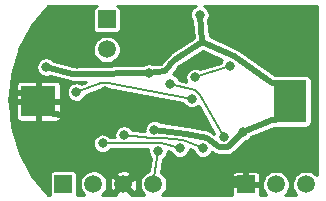
<source format=gbr>
G04 #@! TF.FileFunction,Copper,L2,Bot,Signal*
%FSLAX46Y46*%
G04 Gerber Fmt 4.6, Leading zero omitted, Abs format (unit mm)*
G04 Created by KiCad (PCBNEW 4.0.0-rc1-stable) date 16.11.2015 3:08:45*
%MOMM*%
G01*
G04 APERTURE LIST*
%ADD10C,0.100000*%
%ADD11R,2.999740X2.600960*%
%ADD12R,2.799080X3.599180*%
%ADD13R,1.500000X1.500000*%
%ADD14C,1.500000*%
%ADD15C,0.800000*%
%ADD16C,0.500000*%
%ADD17C,0.200000*%
%ADD18C,0.254000*%
G04 APERTURE END LIST*
D10*
D11*
X127358160Y-87683100D03*
D12*
X148656060Y-87683100D03*
D13*
X133141200Y-80761400D03*
D14*
X133141200Y-83301400D03*
D13*
X129473400Y-94697400D03*
D14*
X132013400Y-94697400D03*
X134553400Y-94697400D03*
X137093400Y-94697400D03*
D13*
X144921100Y-94732500D03*
D14*
X147461100Y-94732500D03*
X150001100Y-94732500D03*
D15*
X144673800Y-90281500D03*
X136703400Y-85293300D03*
X137159500Y-90092900D03*
X128003000Y-84796800D03*
X141014800Y-80347400D03*
X125258300Y-87023300D03*
X131502400Y-89911300D03*
X128755700Y-92056600D03*
X135977000Y-93902300D03*
X130578900Y-84501500D03*
X131593200Y-82262600D03*
X139779800Y-88326800D03*
X136103500Y-82073000D03*
X139975600Y-93947200D03*
X146400800Y-82136100D03*
X149420100Y-83769500D03*
X146993400Y-84761800D03*
X150598800Y-91400000D03*
X147274300Y-91117600D03*
X132969100Y-86816700D03*
X135716700Y-92491900D03*
X137683300Y-84293200D03*
X139385200Y-84923900D03*
X127147500Y-82186400D03*
X127428800Y-83485500D03*
X132804600Y-91244100D03*
X139333500Y-91668900D03*
X134614500Y-90543200D03*
X141280000Y-91666100D03*
X143029800Y-90715600D03*
X138529300Y-86214600D03*
X140614100Y-85664600D03*
X143559800Y-84710900D03*
X140344300Y-87469700D03*
X130559200Y-86909600D03*
X137479900Y-91908700D03*
D16*
X138035600Y-85143700D02*
X136703400Y-85293300D01*
X138533800Y-84645500D02*
X138035600Y-85143700D01*
X138534700Y-84571600D02*
X138533800Y-84645500D01*
X139032900Y-84073400D02*
X138534700Y-84571600D01*
X141197200Y-82644100D02*
X139032900Y-84073400D01*
X141014800Y-80347400D02*
X141197200Y-82644100D01*
X130226600Y-85352000D02*
X128003000Y-84796800D01*
X130931200Y-85352000D02*
X130226600Y-85352000D01*
X136703400Y-85293300D02*
X130931200Y-85352000D01*
X139851700Y-90417900D02*
X137159500Y-90092900D01*
X141632300Y-90815600D02*
X139851700Y-90417900D01*
X142677500Y-91566100D02*
X141632300Y-90815600D01*
X143382100Y-91566100D02*
X142677500Y-91566100D01*
X144673800Y-90281500D02*
X143382100Y-91566100D01*
X143912100Y-83860400D02*
X141197200Y-82644100D01*
X147153000Y-86133500D02*
X143912100Y-83860400D01*
X147256600Y-86133500D02*
X147153000Y-86133500D01*
X147506600Y-86133500D02*
X147256600Y-86133500D01*
X148656100Y-87683100D02*
X147506600Y-86133500D01*
X147153000Y-89232700D02*
X144673800Y-90281500D01*
X147256600Y-89232700D02*
X147153000Y-89232700D01*
X147506600Y-89232700D02*
X147256600Y-89232700D01*
X148656100Y-87683100D02*
X147506600Y-89232700D01*
X137683300Y-84293200D02*
X136103500Y-82073000D01*
X135716700Y-92491900D02*
X135977000Y-93902300D01*
X150598800Y-91400000D02*
X147274300Y-91117600D01*
X146400800Y-82136100D02*
X149420100Y-83769500D01*
X144421100Y-94232500D02*
X144921100Y-94732500D01*
X144171100Y-94232500D02*
X144421100Y-94232500D01*
X144067500Y-94232500D02*
X144171100Y-94232500D01*
X139975600Y-93947200D02*
X144067500Y-94232500D01*
X132643900Y-82100900D02*
X136103500Y-82073000D01*
X131593200Y-82262600D02*
X132643900Y-82100900D01*
X128755700Y-92056600D02*
X131133900Y-91380100D01*
X139779800Y-88326800D02*
X131502400Y-89911300D01*
X130578900Y-84501500D02*
X131593200Y-82262600D01*
X134553400Y-94697400D02*
X135977000Y-93902300D01*
X131133900Y-91380100D02*
X134553400Y-94697400D01*
X131133900Y-91380100D02*
X131502400Y-89911300D01*
X128961700Y-88733600D02*
X131502400Y-89911300D01*
X128858100Y-88733600D02*
X128961700Y-88733600D01*
X128608100Y-88733600D02*
X128858100Y-88733600D01*
X127358200Y-87683100D02*
X128608100Y-88733600D01*
X125858300Y-87023300D02*
X125258300Y-87023300D01*
X126108300Y-87023300D02*
X125858300Y-87023300D01*
X127358200Y-87683100D02*
X126108300Y-87023300D01*
D17*
X137770100Y-91208200D02*
X139333500Y-91668900D01*
X137189700Y-91208200D02*
X137770100Y-91208200D01*
X134904700Y-91243700D02*
X137189700Y-91208200D01*
X132804600Y-91244100D02*
X134904700Y-91243700D01*
X139623700Y-90968400D02*
X141280000Y-91666100D01*
X137935900Y-90807700D02*
X139623700Y-90968400D01*
X136869300Y-90793400D02*
X137935900Y-90807700D01*
X134614500Y-90543200D02*
X136869300Y-90793400D01*
X140634500Y-86769200D02*
X138529300Y-86214600D01*
X141044800Y-87179500D02*
X140634500Y-86769200D01*
X143029800Y-90715600D02*
X141044800Y-87179500D01*
X140614100Y-85664600D02*
X143559800Y-84710900D01*
X132678900Y-86116200D02*
X130559200Y-86909600D01*
X133259300Y-86116200D02*
X132678900Y-86116200D01*
X140344300Y-87469700D02*
X133259300Y-86116200D01*
X137479900Y-91908700D02*
X137093400Y-94697400D01*
D18*
G36*
X150898000Y-93965242D02*
X150754978Y-93821218D01*
X150563618Y-93692144D01*
X150350832Y-93602697D01*
X150124725Y-93556284D01*
X149893909Y-93554673D01*
X149667176Y-93597924D01*
X149453162Y-93684391D01*
X149260019Y-93810781D01*
X149095103Y-93972278D01*
X148964696Y-94162732D01*
X148873766Y-94374889D01*
X148825776Y-94600666D01*
X148822553Y-94831465D01*
X148864221Y-95058495D01*
X148949192Y-95273107D01*
X149074230Y-95467128D01*
X149200611Y-95598000D01*
X148259047Y-95598000D01*
X148356394Y-95505297D01*
X148489447Y-95316683D01*
X148583331Y-95105817D01*
X148634469Y-94880731D01*
X148638150Y-94617089D01*
X148593317Y-94390664D01*
X148505358Y-94177258D01*
X148377623Y-93985002D01*
X148214978Y-93821218D01*
X148023618Y-93692144D01*
X147810832Y-93602697D01*
X147584725Y-93556284D01*
X147353909Y-93554673D01*
X147127176Y-93597924D01*
X146913162Y-93684391D01*
X146720019Y-93810781D01*
X146555103Y-93972278D01*
X146424696Y-94162732D01*
X146333766Y-94374889D01*
X146285776Y-94600666D01*
X146282553Y-94831465D01*
X146324221Y-95058495D01*
X146409192Y-95273107D01*
X146534230Y-95467128D01*
X146660611Y-95598000D01*
X146083491Y-95598000D01*
X146098100Y-95524556D01*
X146098100Y-94966250D01*
X145991350Y-94859500D01*
X145048100Y-94859500D01*
X145048100Y-94879500D01*
X144794100Y-94879500D01*
X144794100Y-94859500D01*
X143850850Y-94859500D01*
X143744100Y-94966250D01*
X143744100Y-95524556D01*
X143758709Y-95598000D01*
X137854488Y-95598000D01*
X137988694Y-95470197D01*
X138121747Y-95281583D01*
X138215631Y-95070717D01*
X138266769Y-94845631D01*
X138270450Y-94581989D01*
X138225617Y-94355564D01*
X138137658Y-94142158D01*
X138009923Y-93949902D01*
X138000531Y-93940444D01*
X143744100Y-93940444D01*
X143744100Y-94498750D01*
X143850850Y-94605500D01*
X144794100Y-94605500D01*
X144794100Y-93662250D01*
X145048100Y-93662250D01*
X145048100Y-94605500D01*
X145991350Y-94605500D01*
X146098100Y-94498750D01*
X146098100Y-93940444D01*
X146081691Y-93857949D01*
X146049503Y-93780240D01*
X146002773Y-93710303D01*
X145943297Y-93650828D01*
X145873361Y-93604098D01*
X145795651Y-93571909D01*
X145713156Y-93555500D01*
X145154850Y-93555500D01*
X145048100Y-93662250D01*
X144794100Y-93662250D01*
X144687350Y-93555500D01*
X144129044Y-93555500D01*
X144046549Y-93571909D01*
X143968839Y-93604098D01*
X143898903Y-93650828D01*
X143839427Y-93710303D01*
X143792697Y-93780240D01*
X143760509Y-93857949D01*
X143744100Y-93940444D01*
X138000531Y-93940444D01*
X137847278Y-93786118D01*
X137759904Y-93727184D01*
X137914397Y-92612479D01*
X137991515Y-92563538D01*
X138108964Y-92451693D01*
X138202451Y-92319166D01*
X138268417Y-92171005D01*
X138304348Y-92012852D01*
X138305708Y-91915437D01*
X138572771Y-91994135D01*
X138594394Y-92048749D01*
X138682250Y-92185074D01*
X138794912Y-92301739D01*
X138928088Y-92394299D01*
X139076707Y-92459229D01*
X139235106Y-92494055D01*
X139397254Y-92497452D01*
X139556973Y-92469289D01*
X139708180Y-92410640D01*
X139845115Y-92323738D01*
X139962564Y-92211893D01*
X140056051Y-92079366D01*
X140122017Y-91931205D01*
X140157948Y-91773052D01*
X140158056Y-91765340D01*
X140484186Y-91902719D01*
X140540894Y-92045949D01*
X140628750Y-92182274D01*
X140741412Y-92298939D01*
X140874588Y-92391499D01*
X141023207Y-92456429D01*
X141181606Y-92491255D01*
X141343754Y-92494652D01*
X141503473Y-92466489D01*
X141654680Y-92407840D01*
X141791615Y-92320938D01*
X141909064Y-92209093D01*
X142002551Y-92076566D01*
X142057091Y-91954068D01*
X142282634Y-92116018D01*
X142289201Y-92119822D01*
X142295017Y-92124702D01*
X142346318Y-92152905D01*
X142396967Y-92182242D01*
X142404150Y-92184698D01*
X142410801Y-92188355D01*
X142466585Y-92206050D01*
X142521986Y-92224997D01*
X142529512Y-92226012D01*
X142536744Y-92228306D01*
X142594898Y-92234829D01*
X142652927Y-92242654D01*
X142660504Y-92242188D01*
X142668048Y-92243034D01*
X142677500Y-92243100D01*
X143382100Y-92243100D01*
X143443414Y-92237088D01*
X143504801Y-92231888D01*
X143509121Y-92230646D01*
X143513597Y-92230207D01*
X143572575Y-92212400D01*
X143631783Y-92195376D01*
X143635782Y-92193317D01*
X143640085Y-92192018D01*
X143694475Y-92163098D01*
X143749255Y-92134894D01*
X143752777Y-92132099D01*
X143756746Y-92129988D01*
X143804468Y-92091066D01*
X143852742Y-92052747D01*
X143859114Y-92046498D01*
X143859137Y-92046479D01*
X143859154Y-92046459D01*
X143859490Y-92046129D01*
X144814358Y-91096509D01*
X144897273Y-91081889D01*
X145048480Y-91023240D01*
X145185415Y-90936338D01*
X145302864Y-90824493D01*
X145377294Y-90718981D01*
X147285447Y-89911756D01*
X150055600Y-89911756D01*
X150123598Y-89906334D01*
X150238930Y-89870617D01*
X150339746Y-89804184D01*
X150418063Y-89712295D01*
X150467679Y-89602225D01*
X150484666Y-89482690D01*
X150484666Y-85883510D01*
X150479244Y-85815512D01*
X150443527Y-85700180D01*
X150377094Y-85599364D01*
X150285205Y-85521047D01*
X150175135Y-85471431D01*
X150055600Y-85454444D01*
X147363818Y-85454444D01*
X144300847Y-83306139D01*
X144248879Y-83276803D01*
X144197492Y-83246494D01*
X144188893Y-83242570D01*
X141840298Y-82190377D01*
X141727625Y-80771653D01*
X141737351Y-80757866D01*
X141803317Y-80609705D01*
X141839248Y-80451552D01*
X141841835Y-80266309D01*
X141810333Y-80107214D01*
X141748530Y-79957269D01*
X141658780Y-79822183D01*
X141544500Y-79707103D01*
X141410044Y-79616411D01*
X141375761Y-79602000D01*
X150898000Y-79602000D01*
X150898000Y-93965242D01*
X150898000Y-93965242D01*
G37*
X150898000Y-93965242D02*
X150754978Y-93821218D01*
X150563618Y-93692144D01*
X150350832Y-93602697D01*
X150124725Y-93556284D01*
X149893909Y-93554673D01*
X149667176Y-93597924D01*
X149453162Y-93684391D01*
X149260019Y-93810781D01*
X149095103Y-93972278D01*
X148964696Y-94162732D01*
X148873766Y-94374889D01*
X148825776Y-94600666D01*
X148822553Y-94831465D01*
X148864221Y-95058495D01*
X148949192Y-95273107D01*
X149074230Y-95467128D01*
X149200611Y-95598000D01*
X148259047Y-95598000D01*
X148356394Y-95505297D01*
X148489447Y-95316683D01*
X148583331Y-95105817D01*
X148634469Y-94880731D01*
X148638150Y-94617089D01*
X148593317Y-94390664D01*
X148505358Y-94177258D01*
X148377623Y-93985002D01*
X148214978Y-93821218D01*
X148023618Y-93692144D01*
X147810832Y-93602697D01*
X147584725Y-93556284D01*
X147353909Y-93554673D01*
X147127176Y-93597924D01*
X146913162Y-93684391D01*
X146720019Y-93810781D01*
X146555103Y-93972278D01*
X146424696Y-94162732D01*
X146333766Y-94374889D01*
X146285776Y-94600666D01*
X146282553Y-94831465D01*
X146324221Y-95058495D01*
X146409192Y-95273107D01*
X146534230Y-95467128D01*
X146660611Y-95598000D01*
X146083491Y-95598000D01*
X146098100Y-95524556D01*
X146098100Y-94966250D01*
X145991350Y-94859500D01*
X145048100Y-94859500D01*
X145048100Y-94879500D01*
X144794100Y-94879500D01*
X144794100Y-94859500D01*
X143850850Y-94859500D01*
X143744100Y-94966250D01*
X143744100Y-95524556D01*
X143758709Y-95598000D01*
X137854488Y-95598000D01*
X137988694Y-95470197D01*
X138121747Y-95281583D01*
X138215631Y-95070717D01*
X138266769Y-94845631D01*
X138270450Y-94581989D01*
X138225617Y-94355564D01*
X138137658Y-94142158D01*
X138009923Y-93949902D01*
X138000531Y-93940444D01*
X143744100Y-93940444D01*
X143744100Y-94498750D01*
X143850850Y-94605500D01*
X144794100Y-94605500D01*
X144794100Y-93662250D01*
X145048100Y-93662250D01*
X145048100Y-94605500D01*
X145991350Y-94605500D01*
X146098100Y-94498750D01*
X146098100Y-93940444D01*
X146081691Y-93857949D01*
X146049503Y-93780240D01*
X146002773Y-93710303D01*
X145943297Y-93650828D01*
X145873361Y-93604098D01*
X145795651Y-93571909D01*
X145713156Y-93555500D01*
X145154850Y-93555500D01*
X145048100Y-93662250D01*
X144794100Y-93662250D01*
X144687350Y-93555500D01*
X144129044Y-93555500D01*
X144046549Y-93571909D01*
X143968839Y-93604098D01*
X143898903Y-93650828D01*
X143839427Y-93710303D01*
X143792697Y-93780240D01*
X143760509Y-93857949D01*
X143744100Y-93940444D01*
X138000531Y-93940444D01*
X137847278Y-93786118D01*
X137759904Y-93727184D01*
X137914397Y-92612479D01*
X137991515Y-92563538D01*
X138108964Y-92451693D01*
X138202451Y-92319166D01*
X138268417Y-92171005D01*
X138304348Y-92012852D01*
X138305708Y-91915437D01*
X138572771Y-91994135D01*
X138594394Y-92048749D01*
X138682250Y-92185074D01*
X138794912Y-92301739D01*
X138928088Y-92394299D01*
X139076707Y-92459229D01*
X139235106Y-92494055D01*
X139397254Y-92497452D01*
X139556973Y-92469289D01*
X139708180Y-92410640D01*
X139845115Y-92323738D01*
X139962564Y-92211893D01*
X140056051Y-92079366D01*
X140122017Y-91931205D01*
X140157948Y-91773052D01*
X140158056Y-91765340D01*
X140484186Y-91902719D01*
X140540894Y-92045949D01*
X140628750Y-92182274D01*
X140741412Y-92298939D01*
X140874588Y-92391499D01*
X141023207Y-92456429D01*
X141181606Y-92491255D01*
X141343754Y-92494652D01*
X141503473Y-92466489D01*
X141654680Y-92407840D01*
X141791615Y-92320938D01*
X141909064Y-92209093D01*
X142002551Y-92076566D01*
X142057091Y-91954068D01*
X142282634Y-92116018D01*
X142289201Y-92119822D01*
X142295017Y-92124702D01*
X142346318Y-92152905D01*
X142396967Y-92182242D01*
X142404150Y-92184698D01*
X142410801Y-92188355D01*
X142466585Y-92206050D01*
X142521986Y-92224997D01*
X142529512Y-92226012D01*
X142536744Y-92228306D01*
X142594898Y-92234829D01*
X142652927Y-92242654D01*
X142660504Y-92242188D01*
X142668048Y-92243034D01*
X142677500Y-92243100D01*
X143382100Y-92243100D01*
X143443414Y-92237088D01*
X143504801Y-92231888D01*
X143509121Y-92230646D01*
X143513597Y-92230207D01*
X143572575Y-92212400D01*
X143631783Y-92195376D01*
X143635782Y-92193317D01*
X143640085Y-92192018D01*
X143694475Y-92163098D01*
X143749255Y-92134894D01*
X143752777Y-92132099D01*
X143756746Y-92129988D01*
X143804468Y-92091066D01*
X143852742Y-92052747D01*
X143859114Y-92046498D01*
X143859137Y-92046479D01*
X143859154Y-92046459D01*
X143859490Y-92046129D01*
X144814358Y-91096509D01*
X144897273Y-91081889D01*
X145048480Y-91023240D01*
X145185415Y-90936338D01*
X145302864Y-90824493D01*
X145377294Y-90718981D01*
X147285447Y-89911756D01*
X150055600Y-89911756D01*
X150123598Y-89906334D01*
X150238930Y-89870617D01*
X150339746Y-89804184D01*
X150418063Y-89712295D01*
X150467679Y-89602225D01*
X150484666Y-89482690D01*
X150484666Y-85883510D01*
X150479244Y-85815512D01*
X150443527Y-85700180D01*
X150377094Y-85599364D01*
X150285205Y-85521047D01*
X150175135Y-85471431D01*
X150055600Y-85454444D01*
X147363818Y-85454444D01*
X144300847Y-83306139D01*
X144248879Y-83276803D01*
X144197492Y-83246494D01*
X144188893Y-83242570D01*
X141840298Y-82190377D01*
X141727625Y-80771653D01*
X141737351Y-80757866D01*
X141803317Y-80609705D01*
X141839248Y-80451552D01*
X141841835Y-80266309D01*
X141810333Y-80107214D01*
X141748530Y-79957269D01*
X141658780Y-79822183D01*
X141544500Y-79707103D01*
X141410044Y-79616411D01*
X141375761Y-79602000D01*
X150898000Y-79602000D01*
X150898000Y-93965242D01*
G36*
X132207870Y-79623473D02*
X132107054Y-79689906D01*
X132028737Y-79781795D01*
X131979121Y-79891865D01*
X131962134Y-80011400D01*
X131962134Y-81511400D01*
X131967556Y-81579398D01*
X132003273Y-81694730D01*
X132069706Y-81795546D01*
X132161595Y-81873863D01*
X132271665Y-81923479D01*
X132391200Y-81940466D01*
X133891200Y-81940466D01*
X133959198Y-81935044D01*
X134074530Y-81899327D01*
X134175346Y-81832894D01*
X134253663Y-81741005D01*
X134303279Y-81630935D01*
X134320266Y-81511400D01*
X134320266Y-80011400D01*
X134314844Y-79943402D01*
X134279127Y-79828070D01*
X134212694Y-79727254D01*
X134120805Y-79648937D01*
X134016678Y-79602000D01*
X140651988Y-79602000D01*
X140629801Y-79610964D01*
X140494092Y-79699769D01*
X140378216Y-79813243D01*
X140286588Y-79947062D01*
X140222698Y-80096130D01*
X140188978Y-80254769D01*
X140186713Y-80416936D01*
X140215991Y-80576455D01*
X140275694Y-80727249D01*
X140363550Y-80863574D01*
X140377837Y-80878369D01*
X140490691Y-82299371D01*
X138659823Y-83508473D01*
X138610516Y-83548459D01*
X138560919Y-83588052D01*
X138557335Y-83591587D01*
X138557200Y-83591696D01*
X138557091Y-83591828D01*
X138554189Y-83594689D01*
X138055989Y-84092889D01*
X138018909Y-84138031D01*
X137980797Y-84182343D01*
X137977008Y-84189042D01*
X137972123Y-84194988D01*
X137944504Y-84246497D01*
X137915739Y-84297344D01*
X137913324Y-84304647D01*
X137909686Y-84311432D01*
X137909351Y-84312527D01*
X137724498Y-84497380D01*
X137105444Y-84566897D01*
X137098644Y-84562311D01*
X136949134Y-84499463D01*
X136790263Y-84466851D01*
X136628084Y-84465719D01*
X136468774Y-84496109D01*
X136318401Y-84556864D01*
X136220116Y-84621180D01*
X130927758Y-84675000D01*
X130309840Y-84675000D01*
X128631432Y-84255926D01*
X128532700Y-84156503D01*
X128398244Y-84065811D01*
X128248734Y-84002963D01*
X128089863Y-83970351D01*
X127927684Y-83969219D01*
X127768374Y-83999609D01*
X127618001Y-84060364D01*
X127482292Y-84149169D01*
X127366416Y-84262643D01*
X127274788Y-84396462D01*
X127210898Y-84545530D01*
X127177178Y-84704169D01*
X127174913Y-84866336D01*
X127204191Y-85025855D01*
X127263894Y-85176649D01*
X127351750Y-85312974D01*
X127464412Y-85429639D01*
X127597588Y-85522199D01*
X127746207Y-85587129D01*
X127904606Y-85621955D01*
X128066754Y-85625352D01*
X128226473Y-85597189D01*
X128299889Y-85568713D01*
X130062598Y-86008835D01*
X130074436Y-86010587D01*
X130085844Y-86014206D01*
X130139692Y-86020246D01*
X130193302Y-86028181D01*
X130205258Y-86027600D01*
X130217148Y-86028934D01*
X130226600Y-86029000D01*
X130931200Y-86029000D01*
X130931339Y-86028986D01*
X130938084Y-86028965D01*
X131421741Y-86024046D01*
X130973841Y-86191694D01*
X130954444Y-86178611D01*
X130804934Y-86115763D01*
X130646063Y-86083151D01*
X130483884Y-86082019D01*
X130324574Y-86112409D01*
X130174201Y-86173164D01*
X130038492Y-86261969D01*
X129922616Y-86375443D01*
X129830988Y-86509262D01*
X129767098Y-86658330D01*
X129733378Y-86816969D01*
X129731113Y-86979136D01*
X129760391Y-87138655D01*
X129820094Y-87289449D01*
X129907950Y-87425774D01*
X130020612Y-87542439D01*
X130153788Y-87634999D01*
X130302407Y-87699929D01*
X130460806Y-87734755D01*
X130622954Y-87738152D01*
X130782673Y-87709989D01*
X130933880Y-87651340D01*
X131070815Y-87564438D01*
X131188264Y-87452593D01*
X131281751Y-87320066D01*
X131344906Y-87178218D01*
X132774296Y-86643200D01*
X133209413Y-86643200D01*
X139616574Y-87867207D01*
X139693050Y-87985874D01*
X139805712Y-88102539D01*
X139938888Y-88195099D01*
X140087507Y-88260029D01*
X140245906Y-88294855D01*
X140408054Y-88298252D01*
X140567773Y-88270089D01*
X140718980Y-88211440D01*
X140855915Y-88124538D01*
X140930874Y-88053156D01*
X142257914Y-90417161D01*
X142253258Y-90428026D01*
X142027166Y-90265682D01*
X141970524Y-90232874D01*
X141914019Y-90200000D01*
X141913400Y-90199787D01*
X141912832Y-90199458D01*
X141850602Y-90178176D01*
X141789083Y-90157005D01*
X141787897Y-90156731D01*
X141787814Y-90156703D01*
X141787718Y-90156690D01*
X141779873Y-90154880D01*
X139999273Y-89757180D01*
X139970464Y-89753647D01*
X139942214Y-89746978D01*
X139932838Y-89745780D01*
X137714392Y-89477971D01*
X137689200Y-89452603D01*
X137554744Y-89361911D01*
X137405234Y-89299063D01*
X137246363Y-89266451D01*
X137084184Y-89265319D01*
X136924874Y-89295709D01*
X136774501Y-89356464D01*
X136638792Y-89445269D01*
X136522916Y-89558743D01*
X136431288Y-89692562D01*
X136367398Y-89841630D01*
X136333678Y-90000269D01*
X136331413Y-90162436D01*
X136339103Y-90204333D01*
X135306136Y-90089712D01*
X135258480Y-90017983D01*
X135144200Y-89902903D01*
X135009744Y-89812211D01*
X134860234Y-89749363D01*
X134701363Y-89716751D01*
X134539184Y-89715619D01*
X134379874Y-89746009D01*
X134229501Y-89806764D01*
X134093792Y-89895569D01*
X133977916Y-90009043D01*
X133886288Y-90142862D01*
X133822398Y-90291930D01*
X133788678Y-90450569D01*
X133786413Y-90612736D01*
X133805533Y-90716909D01*
X133446688Y-90716978D01*
X133334300Y-90603803D01*
X133199844Y-90513111D01*
X133050334Y-90450263D01*
X132891463Y-90417651D01*
X132729284Y-90416519D01*
X132569974Y-90446909D01*
X132419601Y-90507664D01*
X132283892Y-90596469D01*
X132168016Y-90709943D01*
X132076388Y-90843762D01*
X132012498Y-90992830D01*
X131978778Y-91151469D01*
X131976513Y-91313636D01*
X132005791Y-91473155D01*
X132065494Y-91623949D01*
X132153350Y-91760274D01*
X132266012Y-91876939D01*
X132399188Y-91969499D01*
X132547807Y-92034429D01*
X132706206Y-92069255D01*
X132868354Y-92072652D01*
X133028073Y-92044489D01*
X133179280Y-91985840D01*
X133316215Y-91898938D01*
X133433664Y-91787093D01*
X133445032Y-91770978D01*
X134904800Y-91770700D01*
X134905161Y-91770665D01*
X134905529Y-91770700D01*
X134912887Y-91770636D01*
X136669536Y-91743345D01*
X136654078Y-91816069D01*
X136651813Y-91978236D01*
X136681091Y-92137755D01*
X136740794Y-92288549D01*
X136828650Y-92424874D01*
X136870340Y-92468046D01*
X136716185Y-93580314D01*
X136545462Y-93649291D01*
X136352319Y-93775681D01*
X136187403Y-93937178D01*
X136056996Y-94127632D01*
X135966066Y-94339789D01*
X135918076Y-94565566D01*
X135914853Y-94796365D01*
X135956521Y-95023395D01*
X136041492Y-95238007D01*
X136166530Y-95432028D01*
X136326806Y-95598000D01*
X135195425Y-95598000D01*
X135219087Y-95542692D01*
X134553400Y-94877005D01*
X133887713Y-95542692D01*
X133911375Y-95598000D01*
X132774488Y-95598000D01*
X132908694Y-95470197D01*
X133041747Y-95281583D01*
X133135631Y-95070717D01*
X133186769Y-94845631D01*
X133187711Y-94778138D01*
X133373464Y-94778138D01*
X133411888Y-95006780D01*
X133494179Y-95223533D01*
X133527464Y-95285805D01*
X133708108Y-95363087D01*
X134373795Y-94697400D01*
X134733005Y-94697400D01*
X135398692Y-95363087D01*
X135579336Y-95285805D01*
X135674415Y-95074349D01*
X135726414Y-94848408D01*
X135733336Y-94616662D01*
X135694912Y-94388020D01*
X135612621Y-94171267D01*
X135579336Y-94108995D01*
X135398692Y-94031713D01*
X134733005Y-94697400D01*
X134373795Y-94697400D01*
X133708108Y-94031713D01*
X133527464Y-94108995D01*
X133432385Y-94320451D01*
X133380386Y-94546392D01*
X133373464Y-94778138D01*
X133187711Y-94778138D01*
X133190450Y-94581989D01*
X133145617Y-94355564D01*
X133057658Y-94142158D01*
X132929923Y-93949902D01*
X132832810Y-93852108D01*
X133887713Y-93852108D01*
X134553400Y-94517795D01*
X135219087Y-93852108D01*
X135141805Y-93671464D01*
X134930349Y-93576385D01*
X134704408Y-93524386D01*
X134472662Y-93517464D01*
X134244020Y-93555888D01*
X134027267Y-93638179D01*
X133964995Y-93671464D01*
X133887713Y-93852108D01*
X132832810Y-93852108D01*
X132767278Y-93786118D01*
X132575918Y-93657044D01*
X132363132Y-93567597D01*
X132137025Y-93521184D01*
X131906209Y-93519573D01*
X131679476Y-93562824D01*
X131465462Y-93649291D01*
X131272319Y-93775681D01*
X131107403Y-93937178D01*
X130976996Y-94127632D01*
X130886066Y-94339789D01*
X130838076Y-94565566D01*
X130834853Y-94796365D01*
X130876521Y-95023395D01*
X130961492Y-95238007D01*
X131086530Y-95432028D01*
X131246806Y-95598000D01*
X130621476Y-95598000D01*
X130635479Y-95566935D01*
X130652466Y-95447400D01*
X130652466Y-93947400D01*
X130647044Y-93879402D01*
X130611327Y-93764070D01*
X130544894Y-93663254D01*
X130453005Y-93584937D01*
X130342935Y-93535321D01*
X130223400Y-93518334D01*
X128723400Y-93518334D01*
X128655402Y-93523756D01*
X128540070Y-93559473D01*
X128439254Y-93625906D01*
X128360937Y-93717795D01*
X128311321Y-93827865D01*
X128294334Y-93947400D01*
X128294334Y-95447400D01*
X128299756Y-95515398D01*
X128325337Y-95598000D01*
X128137294Y-95598000D01*
X126830042Y-94006525D01*
X125767935Y-92025703D01*
X125110797Y-89876301D01*
X124911764Y-87916850D01*
X125431290Y-87916850D01*
X125431290Y-89025636D01*
X125447699Y-89108131D01*
X125479887Y-89185840D01*
X125526617Y-89255777D01*
X125586093Y-89315252D01*
X125656029Y-89361982D01*
X125733739Y-89394171D01*
X125816234Y-89410580D01*
X127124410Y-89410580D01*
X127231160Y-89303830D01*
X127231160Y-87810100D01*
X127485160Y-87810100D01*
X127485160Y-89303830D01*
X127591910Y-89410580D01*
X128900086Y-89410580D01*
X128982581Y-89394171D01*
X129060291Y-89361982D01*
X129130227Y-89315252D01*
X129189703Y-89255777D01*
X129236433Y-89185840D01*
X129268621Y-89108131D01*
X129285030Y-89025636D01*
X129285030Y-87916850D01*
X129178280Y-87810100D01*
X127485160Y-87810100D01*
X127231160Y-87810100D01*
X125538040Y-87810100D01*
X125431290Y-87916850D01*
X124911764Y-87916850D01*
X124883662Y-87640199D01*
X125006513Y-86340564D01*
X125431290Y-86340564D01*
X125431290Y-87449350D01*
X125538040Y-87556100D01*
X127231160Y-87556100D01*
X127231160Y-86062370D01*
X127485160Y-86062370D01*
X127485160Y-87556100D01*
X129178280Y-87556100D01*
X129285030Y-87449350D01*
X129285030Y-86340564D01*
X129268621Y-86258069D01*
X129236433Y-86180360D01*
X129189703Y-86110423D01*
X129130227Y-86050948D01*
X129060291Y-86004218D01*
X128982581Y-85972029D01*
X128900086Y-85955620D01*
X127591910Y-85955620D01*
X127485160Y-86062370D01*
X127231160Y-86062370D01*
X127124410Y-85955620D01*
X125816234Y-85955620D01*
X125733739Y-85972029D01*
X125656029Y-86004218D01*
X125586093Y-86050948D01*
X125526617Y-86110423D01*
X125479887Y-86180360D01*
X125447699Y-86258069D01*
X125431290Y-86340564D01*
X125006513Y-86340564D01*
X125095181Y-85402567D01*
X125692063Y-83400365D01*
X131962653Y-83400365D01*
X132004321Y-83627395D01*
X132089292Y-83842007D01*
X132214330Y-84036028D01*
X132374672Y-84202068D01*
X132564211Y-84333801D01*
X132775727Y-84426210D01*
X133001164Y-84475775D01*
X133231935Y-84480609D01*
X133459250Y-84440528D01*
X133674451Y-84357057D01*
X133869340Y-84233376D01*
X134036494Y-84074197D01*
X134169547Y-83885583D01*
X134263431Y-83674717D01*
X134314569Y-83449631D01*
X134318250Y-83185989D01*
X134273417Y-82959564D01*
X134185458Y-82746158D01*
X134057723Y-82553902D01*
X133895078Y-82390118D01*
X133703718Y-82261044D01*
X133490932Y-82171597D01*
X133264825Y-82125184D01*
X133034009Y-82123573D01*
X132807276Y-82166824D01*
X132593262Y-82253291D01*
X132400119Y-82379681D01*
X132235203Y-82541178D01*
X132104796Y-82731632D01*
X132013866Y-82943789D01*
X131965876Y-83169566D01*
X131962653Y-83400365D01*
X125692063Y-83400365D01*
X125737297Y-83248632D01*
X126785553Y-81260438D01*
X128128529Y-79602000D01*
X132277207Y-79602000D01*
X132207870Y-79623473D01*
X132207870Y-79623473D01*
G37*
X132207870Y-79623473D02*
X132107054Y-79689906D01*
X132028737Y-79781795D01*
X131979121Y-79891865D01*
X131962134Y-80011400D01*
X131962134Y-81511400D01*
X131967556Y-81579398D01*
X132003273Y-81694730D01*
X132069706Y-81795546D01*
X132161595Y-81873863D01*
X132271665Y-81923479D01*
X132391200Y-81940466D01*
X133891200Y-81940466D01*
X133959198Y-81935044D01*
X134074530Y-81899327D01*
X134175346Y-81832894D01*
X134253663Y-81741005D01*
X134303279Y-81630935D01*
X134320266Y-81511400D01*
X134320266Y-80011400D01*
X134314844Y-79943402D01*
X134279127Y-79828070D01*
X134212694Y-79727254D01*
X134120805Y-79648937D01*
X134016678Y-79602000D01*
X140651988Y-79602000D01*
X140629801Y-79610964D01*
X140494092Y-79699769D01*
X140378216Y-79813243D01*
X140286588Y-79947062D01*
X140222698Y-80096130D01*
X140188978Y-80254769D01*
X140186713Y-80416936D01*
X140215991Y-80576455D01*
X140275694Y-80727249D01*
X140363550Y-80863574D01*
X140377837Y-80878369D01*
X140490691Y-82299371D01*
X138659823Y-83508473D01*
X138610516Y-83548459D01*
X138560919Y-83588052D01*
X138557335Y-83591587D01*
X138557200Y-83591696D01*
X138557091Y-83591828D01*
X138554189Y-83594689D01*
X138055989Y-84092889D01*
X138018909Y-84138031D01*
X137980797Y-84182343D01*
X137977008Y-84189042D01*
X137972123Y-84194988D01*
X137944504Y-84246497D01*
X137915739Y-84297344D01*
X137913324Y-84304647D01*
X137909686Y-84311432D01*
X137909351Y-84312527D01*
X137724498Y-84497380D01*
X137105444Y-84566897D01*
X137098644Y-84562311D01*
X136949134Y-84499463D01*
X136790263Y-84466851D01*
X136628084Y-84465719D01*
X136468774Y-84496109D01*
X136318401Y-84556864D01*
X136220116Y-84621180D01*
X130927758Y-84675000D01*
X130309840Y-84675000D01*
X128631432Y-84255926D01*
X128532700Y-84156503D01*
X128398244Y-84065811D01*
X128248734Y-84002963D01*
X128089863Y-83970351D01*
X127927684Y-83969219D01*
X127768374Y-83999609D01*
X127618001Y-84060364D01*
X127482292Y-84149169D01*
X127366416Y-84262643D01*
X127274788Y-84396462D01*
X127210898Y-84545530D01*
X127177178Y-84704169D01*
X127174913Y-84866336D01*
X127204191Y-85025855D01*
X127263894Y-85176649D01*
X127351750Y-85312974D01*
X127464412Y-85429639D01*
X127597588Y-85522199D01*
X127746207Y-85587129D01*
X127904606Y-85621955D01*
X128066754Y-85625352D01*
X128226473Y-85597189D01*
X128299889Y-85568713D01*
X130062598Y-86008835D01*
X130074436Y-86010587D01*
X130085844Y-86014206D01*
X130139692Y-86020246D01*
X130193302Y-86028181D01*
X130205258Y-86027600D01*
X130217148Y-86028934D01*
X130226600Y-86029000D01*
X130931200Y-86029000D01*
X130931339Y-86028986D01*
X130938084Y-86028965D01*
X131421741Y-86024046D01*
X130973841Y-86191694D01*
X130954444Y-86178611D01*
X130804934Y-86115763D01*
X130646063Y-86083151D01*
X130483884Y-86082019D01*
X130324574Y-86112409D01*
X130174201Y-86173164D01*
X130038492Y-86261969D01*
X129922616Y-86375443D01*
X129830988Y-86509262D01*
X129767098Y-86658330D01*
X129733378Y-86816969D01*
X129731113Y-86979136D01*
X129760391Y-87138655D01*
X129820094Y-87289449D01*
X129907950Y-87425774D01*
X130020612Y-87542439D01*
X130153788Y-87634999D01*
X130302407Y-87699929D01*
X130460806Y-87734755D01*
X130622954Y-87738152D01*
X130782673Y-87709989D01*
X130933880Y-87651340D01*
X131070815Y-87564438D01*
X131188264Y-87452593D01*
X131281751Y-87320066D01*
X131344906Y-87178218D01*
X132774296Y-86643200D01*
X133209413Y-86643200D01*
X139616574Y-87867207D01*
X139693050Y-87985874D01*
X139805712Y-88102539D01*
X139938888Y-88195099D01*
X140087507Y-88260029D01*
X140245906Y-88294855D01*
X140408054Y-88298252D01*
X140567773Y-88270089D01*
X140718980Y-88211440D01*
X140855915Y-88124538D01*
X140930874Y-88053156D01*
X142257914Y-90417161D01*
X142253258Y-90428026D01*
X142027166Y-90265682D01*
X141970524Y-90232874D01*
X141914019Y-90200000D01*
X141913400Y-90199787D01*
X141912832Y-90199458D01*
X141850602Y-90178176D01*
X141789083Y-90157005D01*
X141787897Y-90156731D01*
X141787814Y-90156703D01*
X141787718Y-90156690D01*
X141779873Y-90154880D01*
X139999273Y-89757180D01*
X139970464Y-89753647D01*
X139942214Y-89746978D01*
X139932838Y-89745780D01*
X137714392Y-89477971D01*
X137689200Y-89452603D01*
X137554744Y-89361911D01*
X137405234Y-89299063D01*
X137246363Y-89266451D01*
X137084184Y-89265319D01*
X136924874Y-89295709D01*
X136774501Y-89356464D01*
X136638792Y-89445269D01*
X136522916Y-89558743D01*
X136431288Y-89692562D01*
X136367398Y-89841630D01*
X136333678Y-90000269D01*
X136331413Y-90162436D01*
X136339103Y-90204333D01*
X135306136Y-90089712D01*
X135258480Y-90017983D01*
X135144200Y-89902903D01*
X135009744Y-89812211D01*
X134860234Y-89749363D01*
X134701363Y-89716751D01*
X134539184Y-89715619D01*
X134379874Y-89746009D01*
X134229501Y-89806764D01*
X134093792Y-89895569D01*
X133977916Y-90009043D01*
X133886288Y-90142862D01*
X133822398Y-90291930D01*
X133788678Y-90450569D01*
X133786413Y-90612736D01*
X133805533Y-90716909D01*
X133446688Y-90716978D01*
X133334300Y-90603803D01*
X133199844Y-90513111D01*
X133050334Y-90450263D01*
X132891463Y-90417651D01*
X132729284Y-90416519D01*
X132569974Y-90446909D01*
X132419601Y-90507664D01*
X132283892Y-90596469D01*
X132168016Y-90709943D01*
X132076388Y-90843762D01*
X132012498Y-90992830D01*
X131978778Y-91151469D01*
X131976513Y-91313636D01*
X132005791Y-91473155D01*
X132065494Y-91623949D01*
X132153350Y-91760274D01*
X132266012Y-91876939D01*
X132399188Y-91969499D01*
X132547807Y-92034429D01*
X132706206Y-92069255D01*
X132868354Y-92072652D01*
X133028073Y-92044489D01*
X133179280Y-91985840D01*
X133316215Y-91898938D01*
X133433664Y-91787093D01*
X133445032Y-91770978D01*
X134904800Y-91770700D01*
X134905161Y-91770665D01*
X134905529Y-91770700D01*
X134912887Y-91770636D01*
X136669536Y-91743345D01*
X136654078Y-91816069D01*
X136651813Y-91978236D01*
X136681091Y-92137755D01*
X136740794Y-92288549D01*
X136828650Y-92424874D01*
X136870340Y-92468046D01*
X136716185Y-93580314D01*
X136545462Y-93649291D01*
X136352319Y-93775681D01*
X136187403Y-93937178D01*
X136056996Y-94127632D01*
X135966066Y-94339789D01*
X135918076Y-94565566D01*
X135914853Y-94796365D01*
X135956521Y-95023395D01*
X136041492Y-95238007D01*
X136166530Y-95432028D01*
X136326806Y-95598000D01*
X135195425Y-95598000D01*
X135219087Y-95542692D01*
X134553400Y-94877005D01*
X133887713Y-95542692D01*
X133911375Y-95598000D01*
X132774488Y-95598000D01*
X132908694Y-95470197D01*
X133041747Y-95281583D01*
X133135631Y-95070717D01*
X133186769Y-94845631D01*
X133187711Y-94778138D01*
X133373464Y-94778138D01*
X133411888Y-95006780D01*
X133494179Y-95223533D01*
X133527464Y-95285805D01*
X133708108Y-95363087D01*
X134373795Y-94697400D01*
X134733005Y-94697400D01*
X135398692Y-95363087D01*
X135579336Y-95285805D01*
X135674415Y-95074349D01*
X135726414Y-94848408D01*
X135733336Y-94616662D01*
X135694912Y-94388020D01*
X135612621Y-94171267D01*
X135579336Y-94108995D01*
X135398692Y-94031713D01*
X134733005Y-94697400D01*
X134373795Y-94697400D01*
X133708108Y-94031713D01*
X133527464Y-94108995D01*
X133432385Y-94320451D01*
X133380386Y-94546392D01*
X133373464Y-94778138D01*
X133187711Y-94778138D01*
X133190450Y-94581989D01*
X133145617Y-94355564D01*
X133057658Y-94142158D01*
X132929923Y-93949902D01*
X132832810Y-93852108D01*
X133887713Y-93852108D01*
X134553400Y-94517795D01*
X135219087Y-93852108D01*
X135141805Y-93671464D01*
X134930349Y-93576385D01*
X134704408Y-93524386D01*
X134472662Y-93517464D01*
X134244020Y-93555888D01*
X134027267Y-93638179D01*
X133964995Y-93671464D01*
X133887713Y-93852108D01*
X132832810Y-93852108D01*
X132767278Y-93786118D01*
X132575918Y-93657044D01*
X132363132Y-93567597D01*
X132137025Y-93521184D01*
X131906209Y-93519573D01*
X131679476Y-93562824D01*
X131465462Y-93649291D01*
X131272319Y-93775681D01*
X131107403Y-93937178D01*
X130976996Y-94127632D01*
X130886066Y-94339789D01*
X130838076Y-94565566D01*
X130834853Y-94796365D01*
X130876521Y-95023395D01*
X130961492Y-95238007D01*
X131086530Y-95432028D01*
X131246806Y-95598000D01*
X130621476Y-95598000D01*
X130635479Y-95566935D01*
X130652466Y-95447400D01*
X130652466Y-93947400D01*
X130647044Y-93879402D01*
X130611327Y-93764070D01*
X130544894Y-93663254D01*
X130453005Y-93584937D01*
X130342935Y-93535321D01*
X130223400Y-93518334D01*
X128723400Y-93518334D01*
X128655402Y-93523756D01*
X128540070Y-93559473D01*
X128439254Y-93625906D01*
X128360937Y-93717795D01*
X128311321Y-93827865D01*
X128294334Y-93947400D01*
X128294334Y-95447400D01*
X128299756Y-95515398D01*
X128325337Y-95598000D01*
X128137294Y-95598000D01*
X126830042Y-94006525D01*
X125767935Y-92025703D01*
X125110797Y-89876301D01*
X124911764Y-87916850D01*
X125431290Y-87916850D01*
X125431290Y-89025636D01*
X125447699Y-89108131D01*
X125479887Y-89185840D01*
X125526617Y-89255777D01*
X125586093Y-89315252D01*
X125656029Y-89361982D01*
X125733739Y-89394171D01*
X125816234Y-89410580D01*
X127124410Y-89410580D01*
X127231160Y-89303830D01*
X127231160Y-87810100D01*
X127485160Y-87810100D01*
X127485160Y-89303830D01*
X127591910Y-89410580D01*
X128900086Y-89410580D01*
X128982581Y-89394171D01*
X129060291Y-89361982D01*
X129130227Y-89315252D01*
X129189703Y-89255777D01*
X129236433Y-89185840D01*
X129268621Y-89108131D01*
X129285030Y-89025636D01*
X129285030Y-87916850D01*
X129178280Y-87810100D01*
X127485160Y-87810100D01*
X127231160Y-87810100D01*
X125538040Y-87810100D01*
X125431290Y-87916850D01*
X124911764Y-87916850D01*
X124883662Y-87640199D01*
X125006513Y-86340564D01*
X125431290Y-86340564D01*
X125431290Y-87449350D01*
X125538040Y-87556100D01*
X127231160Y-87556100D01*
X127231160Y-86062370D01*
X127485160Y-86062370D01*
X127485160Y-87556100D01*
X129178280Y-87556100D01*
X129285030Y-87449350D01*
X129285030Y-86340564D01*
X129268621Y-86258069D01*
X129236433Y-86180360D01*
X129189703Y-86110423D01*
X129130227Y-86050948D01*
X129060291Y-86004218D01*
X128982581Y-85972029D01*
X128900086Y-85955620D01*
X127591910Y-85955620D01*
X127485160Y-86062370D01*
X127231160Y-86062370D01*
X127124410Y-85955620D01*
X125816234Y-85955620D01*
X125733739Y-85972029D01*
X125656029Y-86004218D01*
X125586093Y-86050948D01*
X125526617Y-86110423D01*
X125479887Y-86180360D01*
X125447699Y-86258069D01*
X125431290Y-86340564D01*
X125006513Y-86340564D01*
X125095181Y-85402567D01*
X125692063Y-83400365D01*
X131962653Y-83400365D01*
X132004321Y-83627395D01*
X132089292Y-83842007D01*
X132214330Y-84036028D01*
X132374672Y-84202068D01*
X132564211Y-84333801D01*
X132775727Y-84426210D01*
X133001164Y-84475775D01*
X133231935Y-84480609D01*
X133459250Y-84440528D01*
X133674451Y-84357057D01*
X133869340Y-84233376D01*
X134036494Y-84074197D01*
X134169547Y-83885583D01*
X134263431Y-83674717D01*
X134314569Y-83449631D01*
X134318250Y-83185989D01*
X134273417Y-82959564D01*
X134185458Y-82746158D01*
X134057723Y-82553902D01*
X133895078Y-82390118D01*
X133703718Y-82261044D01*
X133490932Y-82171597D01*
X133264825Y-82125184D01*
X133034009Y-82123573D01*
X132807276Y-82166824D01*
X132593262Y-82253291D01*
X132400119Y-82379681D01*
X132235203Y-82541178D01*
X132104796Y-82731632D01*
X132013866Y-82943789D01*
X131965876Y-83169566D01*
X131962653Y-83400365D01*
X125692063Y-83400365D01*
X125737297Y-83248632D01*
X126785553Y-81260438D01*
X128128529Y-79602000D01*
X132277207Y-79602000D01*
X132207870Y-79623473D01*
G36*
X142935502Y-84164711D02*
X142923216Y-84176743D01*
X142831588Y-84310562D01*
X142790695Y-84405974D01*
X141058522Y-84966782D01*
X141009344Y-84933611D01*
X140859834Y-84870763D01*
X140700963Y-84838151D01*
X140538784Y-84837019D01*
X140379474Y-84867409D01*
X140229101Y-84928164D01*
X140093392Y-85016969D01*
X139977516Y-85130443D01*
X139885888Y-85264262D01*
X139821998Y-85413330D01*
X139788278Y-85571969D01*
X139786013Y-85734136D01*
X139815291Y-85893655D01*
X139866013Y-86021767D01*
X139280806Y-85867598D01*
X139263030Y-85824469D01*
X139173280Y-85689383D01*
X139059000Y-85574303D01*
X138924544Y-85483611D01*
X138775034Y-85420763D01*
X138726020Y-85410702D01*
X139012511Y-85124211D01*
X139049591Y-85079069D01*
X139087703Y-85034757D01*
X139091493Y-85028058D01*
X139096377Y-85022112D01*
X139123990Y-84970613D01*
X139152761Y-84919757D01*
X139155177Y-84912451D01*
X139158814Y-84905668D01*
X139159149Y-84904573D01*
X139463156Y-84600566D01*
X141259876Y-83414016D01*
X142935502Y-84164711D01*
X142935502Y-84164711D01*
G37*
X142935502Y-84164711D02*
X142923216Y-84176743D01*
X142831588Y-84310562D01*
X142790695Y-84405974D01*
X141058522Y-84966782D01*
X141009344Y-84933611D01*
X140859834Y-84870763D01*
X140700963Y-84838151D01*
X140538784Y-84837019D01*
X140379474Y-84867409D01*
X140229101Y-84928164D01*
X140093392Y-85016969D01*
X139977516Y-85130443D01*
X139885888Y-85264262D01*
X139821998Y-85413330D01*
X139788278Y-85571969D01*
X139786013Y-85734136D01*
X139815291Y-85893655D01*
X139866013Y-86021767D01*
X139280806Y-85867598D01*
X139263030Y-85824469D01*
X139173280Y-85689383D01*
X139059000Y-85574303D01*
X138924544Y-85483611D01*
X138775034Y-85420763D01*
X138726020Y-85410702D01*
X139012511Y-85124211D01*
X139049591Y-85079069D01*
X139087703Y-85034757D01*
X139091493Y-85028058D01*
X139096377Y-85022112D01*
X139123990Y-84970613D01*
X139152761Y-84919757D01*
X139155177Y-84912451D01*
X139158814Y-84905668D01*
X139159149Y-84904573D01*
X139463156Y-84600566D01*
X141259876Y-83414016D01*
X142935502Y-84164711D01*
M02*

</source>
